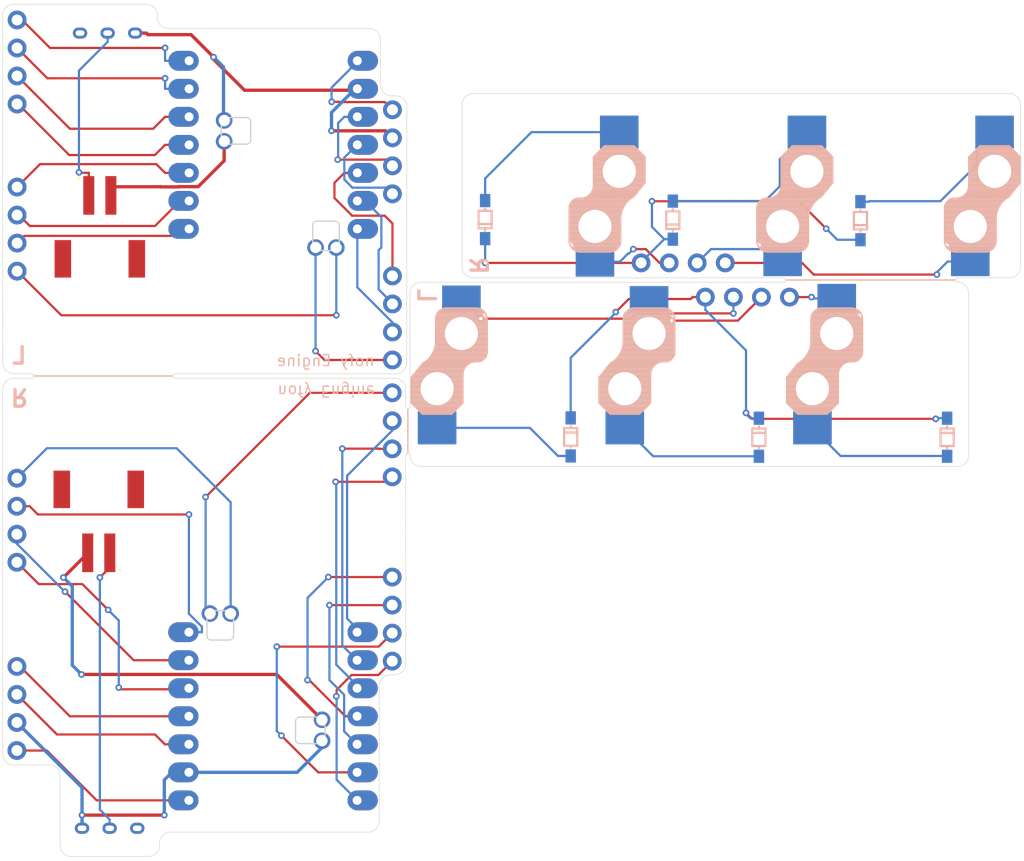
<source format=kicad_pcb>
(kicad_pcb (version 20241229) (generator "pcbnew") (generator_version "9.0")
  (title_block (title "nofy-Right") (date "2025-03-20") (company "FlightByte"))
  (layers (0 "F.Cu" signal) (2 "B.Cu" signal) (13 "F.Paste" user) (15 "B.Paste" user) (5 "F.SilkS" user "F.Silkscreen") (7 "B.SilkS" user "B.Silkscreen") (1 "F.Mask" user) (3 "B.Mask" user) (25 "Edge.Cuts" user))
  (net 0 "")
  (net 1 "Net-(D4-A)")
  (net 2 "Net-(D8-A)")
  (net 3 "Net-(D12-A)")
  (net 4 "Net-(D34-A)")
  (net 5 "Net-(D42-A)")
  (net 6 "Net-(D38-A)")
  (net 7 "Bat")
  (net 8 "Net-(BT1--)")
  (net 9 "Bat_L")
  (net 10 "GND_R_b")
  (net 11 "Net-(B1--)")
  (net 12 "GND_L_b")
  (net 13 "Net-(J33-Pin_2)")
  (net 14 "Net-(J33-Pin_3)")
  (net 15 "Net-(J33-Pin_1)")
  (net 18 "Net-(D12-K)")
  (net 19 "Net-(D34-K)")
  (net 20 "Net-(J21-Pin_3)")
  (net 21 "Net-(J21-Pin_1)")
  (net 22 "Net-(J21-Pin_2)")
  (net 23 "Net-(Con_L_1-Pin_3)")
  (net 24 "Net-(Con_L_1-Pin_1)")
  (net 25 "Net-(Con_L_1-Pin_2)")
  (net 26 "Net-(Con_L_1-Pin_4)")
  (net 27 "Net-(Con_L_3-Pin_4)")
  (net 28 "Net-(Con_L_3-Pin_2)")
  (net 29 "Net-(Con_L_3-Pin_1)")
  (net 30 "Net-(Con_L_3-Pin_3)")
  (net 31 "Net-(Con_L_5-Pin_4)")
  (net 32 "Net-(Con_L_5-Pin_1)")
  (net 33 "Net-(Con_L_5-Pin_3)")
  (net 34 "Net-(Con_L_7-Pin_1)")
  (net 35 "Net-(Con_L_7-Pin_3)")
  (net 36 "Net-(Con_L_7-Pin_2)")
  (net 37 "Net-(Con_L_7-Pin_4)")
  (net 38 "Net-(Con_L_9-Pin_1)")
  (net 39 "Net-(Con_L_9-Pin_4)")
  (net 40 "Net-(Con_L_9-Pin_3)")
  (net 41 "Net-(Con_L_9-Pin_2)")
  (net 42 "Net-(Con_L_11-Pin_1)")
  (net 43 "Net-(Con_L_11-Pin_3)")
  (net 44 "Net-(Con_L_11-Pin_4)")
  (net 45 "Net-(Con_L_11-Pin_2)")
  (net 46 "Net-(Con_L_13-Pin_4)")
  (net 47 "Net-(Con_L_13-Pin_1)")
  (net 48 "Net-(Con_L_13-Pin_3)")
  (net 49 "Net-(Con_L_15-Pin_4)")
  (net 50 "Net-(Con_L_15-Pin_2)")
  (net 51 "Net-(Con_L_15-Pin_3)")
  (net 52 "Net-(Con_L_15-Pin_1)")
  (footprint "_kicad_footprints:Diode_SMD" (layer "F.Cu") (at 104.1455 54.7764 -90)
    (property "Reference" "D4")
    (property "Value" "D" (hide yes))
  )
  (footprint "_kicad_footprints:XIAO_nRF52840_wBAT_wNFC_1" (layer "F.Cu") (at 43.0991 20.5541)
    (property "Reference" "Xiao0" (hide yes))
    (property "Value" "~" (hide yes))
    (fp_line (start -4.707753 9.749447) (end -4.707753 8.708047) (stroke (width 0.12)) (layer "Edge.Cuts"))
    (fp_line (start -4.021953 8.022247) (end -2.421753 8.022247) (stroke (width 0.12)) (layer "Edge.Cuts"))
    (fp_line (start -2.421753 10.435247) (end -4.021953 10.435247) (stroke (width 0.12)) (layer "Edge.Cuts"))
    (fp_line (start -2.040753 8.403247) (end -2.040753 10.054247) (stroke (width 0.12)) (layer "Edge.Cuts"))
    (fp_line (start 3.572247 19.391953) (end 3.572247 17.791753) (stroke (width 0.12)) (layer "Edge.Cuts"))
    (fp_line (start 3.953247 17.410753) (end 5.604247 17.410753) (stroke (width 0.12)) (layer "Edge.Cuts"))
    (fp_line (start 5.299447 20.077753) (end 4.258047 20.077753) (stroke (width 0.12)) (layer "Edge.Cuts"))
    (fp_line (start 5.985247 17.791753) (end 5.985247 19.391953) (stroke (width 0.12)) (layer "Edge.Cuts"))
    (fp_arc (start -4.707753 9.749447) (mid -4.104146 9.831637) (end -4.021953 10.435247) (stroke (width 0.12)) (layer "Edge.Cuts"))
    (fp_arc (start -4.021953 8.022247) (mid -4.104144 8.625856) (end -4.707753 8.708047) (stroke (width 0.12)) (layer "Edge.Cuts"))
    (fp_arc (start -2.421753 8.022247) (mid -2.152342 8.133838) (end -2.040753 8.403247) (stroke (width 0.12)) (layer "Edge.Cuts"))
    (fp_arc (start -2.040753 10.054247) (mid -2.152344 10.323656) (end -2.421753 10.435247) (stroke (width 0.12)) (layer "Edge.Cuts"))
    (fp_arc (start 3.572247 17.791753) (mid 3.683838 17.522342) (end 3.953247 17.410753) (stroke (width 0.12)) (layer "Edge.Cuts"))
    (fp_arc (start 3.572247 19.391953) (mid 4.175856 19.474144) (end 4.258047 20.077753) (stroke (width 0.12)) (layer "Edge.Cuts"))
    (fp_arc (start 5.299447 20.077753) (mid 5.381637 19.474146) (end 5.985247 19.391953) (stroke (width 0.12)) (layer "Edge.Cuts"))
    (fp_arc (start 5.604247 17.410753) (mid 5.873656 17.522344) (end 5.985247 17.791753) (stroke (width 0.12)) (layer "Edge.Cuts"))
  )
  (footprint "nofy:Choc_v2_Hotswap_1u_17mm" (layer "F.Cu") (at 68.5455 33.453 90)
    (property "Reference" "SW46" (hide yes))
    (property "Value" "SW_PUSH" (hide yes))
  )
  (footprint "_kicad_footprints:Diode_SMD" (layer "F.Cu") (at 96.2955 40.7061 90)
    (property "Reference" "D34")
    (property "Value" "D" (hide yes))
  )
  (footprint "_kicad_footprints:Diode_SMD" (layer "F.Cu") (at 87.0955 54.7764 -90)
    (property "Reference" "D8")
    (property "Value" "D" (hide yes))
  )
  (footprint "nofy:Choc_v2_Hotswap_1u_17mm" (layer "F.Cu") (at 85.5455 33.453 90)
    (property "Reference" "SW42" (hide yes))
    (property "Value" "SW_PUSH" (hide yes))
  )
  (footprint "_kicad_footprints:JST_S2B-PH-SM4-TB" (layer "F.Cu") (at 27.3919 35.6351 180)
    (property "Reference" "BT0" (hide yes))
    (property "Value" "BATT_L" (hide yes))
  )
  (footprint "nofy:Pin1x4" (layer "F.Cu") (at 52.5991 41.6341)
    (property "Reference" "Con_L_7" (hide yes))
    (property "Value" "PIn1x4" (hide yes))
  )
  (footprint "nofy:MountingHole_2.2mm_M2" (layer "F.Cu") (at 42.9455 47.953)
    (property "Reference" "Hole12" (hide yes))
    (property "Value" "MountingHole_2.2mm_M2" (hide yes))
  )
  (footprint "nofy:Choc_v2_Hotswap_1u_17mm" (layer "F.Cu") (at 80.8455 53.153 -90)
    (property "Reference" "SW12" (hide yes))
    (property "Value" "SW_PUSH" (hide yes))
  )
  (footprint "nofy:Pin1x4" (layer "F.Cu") (at 91.1655 43.553 -90)
    (property "Reference" "J21" (hide yes))
    (property "Value" "PIn1x4" (hide yes))
  )
  (footprint "nofy:MountingHole_2.2mm_M2" (layer "F.Cu") (at 27.8455 27.053)
    (property "Reference" "Hole7" (hide yes))
    (property "Value" "MountingHole_2.2mm_M2" (hide yes))
  )
  (footprint "nofy:Pin1x4" (layer "F.Cu") (at 18.5991 33.5791)
    (property "Reference" "Con_L_3" (hide yes))
    (property "Value" "PIn1x4" (hide yes))
  )
  (footprint "nofy:MountingHole_2.2mm_M2" (layer "F.Cu") (at 37.2955 59.453)
    (property "Reference" "Hole8" (hide yes))
    (property "Value" "MountingHole_2.2mm_M2" (hide yes))
  )
  (footprint "nofy:Choc_v2_Hotswap_1u_17mm" (layer "F.Cu") (at 63.8455 53.153 -90)
    (property "Reference" "SW16" (hide yes))
    (property "Value" "SW_PUSH" (hide yes))
  )
  (footprint "_kicad_footprints:Diode_SMD" (layer "F.Cu") (at 70.0455 54.7499 -90)
    (property "Reference" "D12")
    (property "Value" "D" (hide yes))
  )
  (footprint "_kicad_footprints:TGSW_MSK-12D19" (layer "F.Cu") (at 28.2805 95.748 180)
    (property "Reference" "SW2" (hide yes))
    (property "Value" "SW_SPDT" (hide yes))
  )
  (footprint "nofy:Pin1x4" (layer "F.Cu") (at 21.1805 87.248 180)
    (property "Reference" "Con_L_13" (hide yes))
    (property "Value" "PIn1x4" (hide yes))
  )
  (footprint "nofy:Pin1x4" (layer "F.Cu") (at 55.1805 79.148 180)
    (property "Reference" "Con_L_9" (hide yes))
    (property "Value" "PIn1x4" (hide yes))
  )
  (footprint "_kicad_footprints:Diode_SMD" (layer "F.Cu") (at 62.2955 40.6061 90)
    (property "Reference" "D42")
    (property "Value" "D" (hide yes))
  )
  (footprint "nofy:Pin1x4" (layer "F.Cu") (at 52.5991 26.5741)
    (property "Reference" "Con_L_5" (hide yes))
    (property "Value" "PIn1x4" (hide yes))
  )
  (footprint "nofy:Pin1x4" (layer "F.Cu") (at 55.1805 62.448 180)
    (property "Reference" "Con_L_11" (hide yes))
    (property "Value" "PIn1x4" (hide yes))
  )
  (footprint "nofy:MountingHole_2.2mm_M2" (layer "F.Cu") (at 94.0455 41.3958)
    (property "Reference" "Hole11" (hide yes))
    (property "Value" "MountingHole_2.2mm_M2" (hide yes))
  )
  (footprint "nofy:MountingHole_2.2mm_M2" (layer "F.Cu") (at 72.2455 45.203)
    (property "Reference" "Hole10" (hide yes))
    (property "Value" "MountingHole_2.2mm_M2" (hide yes))
  )
  (footprint "nofy:Choc_v2_Hotswap_1u_17mm" (layer "F.Cu") (at 97.8455 53.153 -90)
    (property "Reference" "SW8" (hide yes))
    (property "Value" "SW_PUSH" (hide yes))
  )
  (footprint "_kicad_footprints:TGSW_MSK-12D19" (layer "F.Cu") (at 28.0991 18.1741)
    (property "Reference" "SW1" (hide yes))
    (property "Value" "SW_SPDT" (hide yes))
  )
  (footprint "nofy:MountingHole_2.2mm_M2" (layer "F.Cu") (at 29.6455 86.453)
    (property "Reference" "Hole9" (hide yes))
    (property "Value" "MountingHole_2.2mm_M2" (hide yes))
  )
  (footprint "nofy:Pin1x4" (layer "F.Cu") (at 21.1805 70.188 180)
    (property "Reference" "Con_L_15" (hide yes))
    (property "Value" "PIn1x4" (hide yes))
  )
  (footprint "_kicad_footprints:XIAO_nRF52840_wBAT_wNFC_1" (layer "F.Cu") (at 43.0805 93.348 180)
    (property "Reference" "Xiao1" (hide yes))
    (property "Value" "~" (hide yes))
    (fp_line (start 5.985247 17.791753) (end 5.985247 19.391953) (stroke (width 0.12)) (layer "Edge.Cuts"))
    (fp_line (start 5.299447 20.077753) (end 4.258047 20.077753) (stroke (width 0.12)) (layer "Edge.Cuts"))
    (fp_line (start 3.953247 17.410753) (end 5.604247 17.410753) (stroke (width 0.12)) (layer "Edge.Cuts"))
    (fp_line (start 3.572247 19.391953) (end 3.572247 17.791753) (stroke (width 0.12)) (layer "Edge.Cuts"))
    (fp_line (start -2.040753 8.403247) (end -2.040753 10.054247) (stroke (width 0.12)) (layer "Edge.Cuts"))
    (fp_line (start -2.421753 10.435247) (end -4.021953 10.435247) (stroke (width 0.12)) (layer "Edge.Cuts"))
    (fp_line (start -4.021953 8.022247) (end -2.421753 8.022247) (stroke (width 0.12)) (layer "Edge.Cuts"))
    (fp_line (start -4.707753 9.749447) (end -4.707753 8.708047) (stroke (width 0.12)) (layer "Edge.Cuts"))
    (fp_arc (start 5.604247 17.410753) (mid 5.873656 17.522344) (end 5.985247 17.791753) (stroke (width 0.12)) (layer "Edge.Cuts"))
    (fp_arc (start 5.299447 20.077753) (mid 5.381637 19.474146) (end 5.985247 19.391953) (stroke (width 0.12)) (layer "Edge.Cuts"))
    (fp_arc (start 3.572247 19.391953) (mid 4.175856 19.474144) (end 4.258047 20.077753) (stroke (width 0.12)) (layer "Edge.Cuts"))
    (fp_arc (start 3.572247 17.791753) (mid 3.683838 17.522342) (end 3.953247 17.410753) (stroke (width 0.12)) (layer "Edge.Cuts"))
    (fp_arc (start -2.040753 10.054247) (mid -2.152344 10.323656) (end -2.421753 10.435247) (stroke (width 0.12)) (layer "Edge.Cuts"))
    (fp_arc (start -2.421753 8.022247) (mid -2.152342 8.133838) (end -2.040753 8.403247) (stroke (width 0.12)) (layer "Edge.Cuts"))
    (fp_arc (start -4.021953 8.022247) (mid -4.104144 8.625856) (end -4.707753 8.708047) (stroke (width 0.12)) (layer "Edge.Cuts"))
    (fp_arc (start -4.707753 9.749447) (mid -4.104146 9.831637) (end -4.021953 10.435247) (stroke (width 0.12)) (layer "Edge.Cuts"))
  )
  (footprint "nofy:Pin1x4" (layer "F.Cu") (at 18.5991 18.4341)
    (property "Reference" "Con_L_1" (hide yes))
    (property "Value" "PIn1x4" (hide yes))
  )
  (footprint "_kicad_footprints:Diode_SMD" (layer "F.Cu") (at 79.2955 40.6561 90)
    (property "Reference" "D38")
    (property "Value" "D" (hide yes))
  )
  (footprint "_kicad_footprints:JST_S2B-PH-SM4-TB" (layer "F.Cu") (at 27.2955 68.028)
    (property "Reference" "BT1" (hide yes))
    (property "Value" "BATT" (hide yes))
  )
  (footprint "nofy:Pin1x4" (layer "F.Cu") (at 85.3455 40.453 -90)
    (property "Reference" "J33" (hide yes))
    (property "Value" "PIn1x4" (hide yes))
  )
  (footprint "nofy:Choc_v2_Hotswap_1u_17mm" (layer "F.Cu") (at 102.5455 33.453 90)
    (property "Reference" "SW38" (hide yes))
    (property "Value" "SW_PUSH" (hide yes))
  )
  (gr_line (start 55.2955 55.003) (end 55.2955 59.003) (stroke (width 0.1)) (layer "F.SilkS"))
  (gr_line (start 104.8955 43.303) (end 89.4955 43.303) (stroke (width 0.1)) (layer "F.SilkS"))
  (gr_line (start 21.3955 52.003) (end 33.9955 52.003) (stroke (width 0.1)) (layer "F.SilkS"))
  (gr_line (start 89.59555 43.303) (end 104.89555 43.303) (stroke (width 0.1)) (layer "B.SilkS"))
  (gr_line (start 55.2955 59.003) (end 55.2955 55.003) (stroke (width 0.1)) (layer "B.SilkS"))
  (gr_line (start 33.9955 52.003) (end 21.3955 52.003) (stroke (width 0.1)) (layer "B.SilkS"))
  (gr_line (start 19.5955 18.303) (end 31.5955 18.303) (stroke (width 0.05)) (layer "Edge.Cuts"))
  (gr_line (start 19.59908 51.803) (end 21.1955 51.803) (stroke (width 0.05)) (layer "Edge.Cuts"))
  (gr_arc (start 55.0955 59.203) (mid 55.2955 59.003) (end 55.4955 59.203) (stroke (width 0.05)) (layer "Edge.Cuts"))
  (gr_line (start 55.4955 54.803) (end 55.4955 44.503) (stroke (width 0.05)) (layer "Edge.Cuts"))
  (gr_line (start 34.1955 52.203) (end 54.0955 52.203) (stroke (width 0.05)) (layer "Edge.Cuts"))
  (gr_arc (start 60.195499 27.402999) (mid 60.488392 26.695892) (end 61.195499 26.402999) (stroke (width 0.05)) (layer "Edge.Cuts"))
  (gr_arc (start 18.5955 19.303) (mid 18.888393 18.595893) (end 19.5955 18.303) (stroke (width 0.05)) (layer "Edge.Cuts"))
  (gr_arc (start 89.2955 43.103) (mid 89.49555 43.303) (end 89.2955 43.503) (stroke (width 0.05)) (layer "Edge.Cuts"))
  (gr_arc (start 32.7955 94.553) (mid 32.502607 95.260107) (end 31.7955 95.553) (stroke (width 0.05)) (layer "Edge.Cuts"))
  (gr_arc (start 34.1955 52.203) (mid 33.9955 52.003) (end 34.1955 51.803) (stroke (width 0.05)) (layer "Edge.Cuts"))
  (gr_line (start 56.4955 43.503) (end 89.2955 43.503) (stroke (width 0.05)) (layer "Edge.Cuts"))
  (gr_line (start 106.0955 59.203) (end 106.0955 44.503) (stroke (width 0.05)) (layer "Edge.Cuts"))
  (gr_line (start 61.1955 43.103) (end 89.2955 43.103) (stroke (width 0.05)) (layer "Edge.Cuts"))
  (gr_line (start 19.5955 52.203) (end 21.1955 52.203) (stroke (width 0.05)) (layer "Edge.Cuts"))
  (gr_line (start 52.799053 21.517214) (end 52.799053 25.610107) (stroke (width 0.05)) (layer "Edge.Cuts"))
  (gr_line (start 23.7955 94.553) (end 23.7955 88.253) (stroke (width 0.05)) (layer "Edge.Cuts"))
  (gr_line (start 60.1955 27.402999) (end 60.195499 42.102999) (stroke (width 0.05)) (layer "Edge.Cuts"))
  (gr_arc (start 18.5955 53.203) (mid 18.888393 52.495893) (end 19.5955 52.203) (stroke (width 0.05)) (layer "Edge.Cuts"))
  (gr_arc (start 109.795499 26.402999) (mid 110.502606 26.695892) (end 110.795499 27.402999) (stroke (width 0.05)) (layer "Edge.Cuts"))
  (gr_arc (start 110.795499 42.102999) (mid 110.502606 42.810106) (end 109.795499 43.102999) (stroke (width 0.05)) (layer "Edge.Cuts"))
  (gr_line (start 105.0955 60.203) (end 56.4955 60.203) (stroke (width 0.05)) (layer "Edge.Cuts"))
  (gr_line (start 105.0955 43.103) (end 109.795499 43.102999) (stroke (width 0.05)) (layer "Edge.Cuts"))
  (gr_line (start 53.799053 26.610107) (end 54.199053 26.610107) (stroke (width 0.05)) (layer "Edge.Cuts"))
  (gr_arc (start 55.4955 54.803) (mid 55.2955 55.003) (end 55.0955 54.803) (stroke (width 0.05)) (layer "Edge.Cuts"))
  (gr_arc (start 55.1041 78.0871) (mid 54.811209 78.794209) (end 54.1041 79.0871) (stroke (width 0.05)) (layer "Edge.Cuts"))
  (gr_line (start 61.1955 26.402999) (end 109.795499 26.403007) (stroke (width 0.05)) (layer "Edge.Cuts"))
  (gr_arc (start 54.199053 26.610107) (mid 54.90616 26.903) (end 55.199053 27.610107) (stroke (width 0.05)) (layer "Edge.Cuts"))
  (gr_arc (start 61.1955 43.103) (mid 60.488393 42.810107) (end 60.1955 42.103) (stroke (width 0.05)) (layer "Edge.Cuts"))
  (gr_line (start 55.0955 53.203) (end 55.0955 54.803) (stroke (width 0.05)) (layer "Edge.Cuts"))
  (gr_arc (start 55.191946 50.803) (mid 54.899053 51.510107) (end 54.191946 51.803) (stroke (width 0.05)) (layer "Edge.Cuts"))
  (gr_line (start 32.7955 94.553) (end 32.7955 94.353) (stroke (width 0.05)) (layer "Edge.Cuts"))
  (gr_arc (start 31.5955 18.303) (mid 32.302607 18.595893) (end 32.5955 19.303) (stroke (width 0.05)) (layer "Edge.Cuts"))
  (gr_arc (start 51.799053 20.517214) (mid 52.50616 20.810107) (end 52.799053 21.517214) (stroke (width 0.05)) (layer "Edge.Cuts"))
  (gr_line (start 53.7041 79.0871) (end 54.1041 79.0871) (stroke (width 0.05)) (layer "Edge.Cuts"))
  (gr_line (start 31.7955 95.553) (end 24.7955 95.553) (stroke (width 0.05)) (layer "Edge.Cuts"))
  (gr_arc (start 54.0955 52.203) (mid 54.802607 52.495893) (end 55.0955 53.203) (stroke (width 0.05)) (layer "Edge.Cuts"))
  (gr_line (start 55.199053 27.610107) (end 55.191945 50.803) (stroke (width 0.05)) (layer "Edge.Cuts"))
  (gr_line (start 55.0955 59.203) (end 55.1041 78.0871) (stroke (width 0.05)) (layer "Edge.Cuts"))
  (gr_line (start 33.5955 20.510107) (end 51.8026 20.510107) (stroke (width 0.05)) (layer "Edge.Cuts"))
  (gr_arc (start 52.7041 92.353) (mid 52.411209 93.060109) (end 51.7041 93.353) (stroke (width 0.05)) (layer "Edge.Cuts"))
  (gr_line (start 18.5991 50.803) (end 18.5955 19.303) (stroke (width 0.05)) (layer "Edge.Cuts"))
  (gr_arc (start 22.7955 87.253) (mid 23.502607 87.545893) (end 23.7955 88.253) (stroke (width 0.05)) (layer "Edge.Cuts"))
  (gr_arc (start 105.0955 43.503) (mid 104.89555 43.303) (end 105.0955 43.103) (stroke (width 0.05)) (layer "Edge.Cuts"))
  (gr_line (start 18.5955 86.253) (end 18.5955 53.203) (stroke (width 0.05)) (layer "Edge.Cuts"))
  (gr_arc (start 21.1955 51.803) (mid 21.3955 52.003) (end 21.1955 52.203) (stroke (width 0.05)) (layer "Edge.Cuts"))
  (gr_arc (start 52.7041 80.0871) (mid 52.996991 79.379991) (end 53.7041 79.0871) (stroke (width 0.05)) (layer "Edge.Cuts"))
  (gr_arc (start 55.4955 44.503) (mid 55.788393 43.795893) (end 56.4955 43.503) (stroke (width 0.05)) (layer "Edge.Cuts"))
  (gr_line (start 110.795499 27.402999) (end 110.795499 42.102999) (stroke (width 0.05)) (layer "Edge.Cuts"))
  (gr_arc (start 53.799053 26.610107) (mid 53.091946 26.317214) (end 52.799053 25.610107) (stroke (width 0.05)) (layer "Edge.Cuts"))
  (gr_arc (start 33.5955 20.510107) (mid 32.888393 20.217214) (end 32.5955 19.510107) (stroke (width 0.05)) (layer "Edge.Cuts"))
  (gr_line (start 33.7955 93.353) (end 51.7041 93.353) (stroke (width 0.05)) (layer "Edge.Cuts"))
  (gr_arc (start 32.7955 94.353) (mid 33.088391 93.645891) (end 33.7955 93.353) (stroke (width 0.05)) (layer "Edge.Cuts"))
  (gr_arc (start 105.0955 43.503) (mid 105.802607 43.795893) (end 106.0955 44.503) (stroke (width 0.05)) (layer "Edge.Cuts"))
  (gr_line (start 54.191946 51.802999) (end 34.1955 51.803) (stroke (width 0.05)) (layer "Edge.Cuts"))
  (gr_arc (start 106.0955 59.203) (mid 105.802607 59.910107) (end 105.0955 60.203) (stroke (width 0.05)) (layer "Edge.Cuts"))
  (gr_line (start 32.5955 19.510107) (end 32.5955 19.303) (stroke (width 0.05)) (layer "Edge.Cuts"))
  (gr_arc (start 24.7955 95.553) (mid 24.088393 95.260107) (end 23.7955 94.553) (stroke (width 0.05)) (layer "Edge.Cuts"))
  (gr_arc (start 19.5955 87.253) (mid 18.888393 86.960107) (end 18.5955 86.253) (stroke (width 0.05)) (layer "Edge.Cuts"))
  (gr_line (start 52.7041 80.0871) (end 52.7041 92.353) (stroke (width 0.05)) (layer "Edge.Cuts"))
  (gr_line (start 22.7955 87.253) (end 19.5955 87.253) (stroke (width 0.05)) (layer "Edge.Cuts"))
  (gr_arc (start 19.599053 51.803) (mid 18.891946 51.510107) (end 18.599053 50.803) (stroke (width 0.05)) (layer "Edge.Cuts"))
  (gr_arc (start 56.4955 60.203) (mid 55.788393 59.910107) (end 55.4955 59.203) (stroke (width 0.05)) (layer "Edge.Cuts"))
  (gr_text "nofy Engine" (at 52.3541 51.1871 0) (layer "B.SilkS") (effects (font (size 1 1) (thickness 0.125)) (justify left bottom mirror)))
  (gr_text "L" (at 56.0955 45.553 270) (layer "B.SilkS") (effects (font (size 1.5 1.5) (thickness 0.3) (bold yes)) (justify left bottom mirror)))
  (gr_text "nofy Engine" (at 43.4041 52.7871 180) (layer "B.SilkS") (effects (font (size 1 1) (thickness 0.125)) (justify left bottom mirror)))
  (gr_text "R" (at 19.1541 53.0371 180) (layer "B.SilkS") (effects (font (size 1.5 1.5) (thickness 0.3) (bold yes)) (justify left bottom mirror)))
  (gr_text "R" (at 60.7955 42.953 270) (layer "B.SilkS") (effects (font (size 1.5 1.5) (thickness 0.3) (bold yes)) (justify left bottom mirror)))
  (gr_text "L" (at 20.9041 51.0371 0) (layer "B.SilkS") (effects (font (size 1.5 1.5) (thickness 0.3) (bold yes)) (justify left bottom mirror)))
  (segment (start 104.1455 59.2795) (end 104.1455 59.253) (width 0.2) (layer "B.Cu") (net 1))
  (segment (start 104.1455 59.253) (end 94.4955 59.253) (width 0.2) (layer "B.Cu") (net 1))
  (segment (start 94.4955 59.253) (end 91.9455 56.703) (width 0.2) (layer "B.Cu") (net 1))
  (segment (start 74.9455 56.703) (end 77.522025 59.279525) (width 0.2) (layer "B.Cu") (net 2))
  (segment (start 77.522025 59.279525) (end 87.095475 59.279525) (width 0.2) (layer "B.Cu") (net 2))
  (segment (start 87.095475 59.279525) (end 87.0955 59.2795) (width 0.2) (layer "B.Cu") (net 2))
  (segment (start 66.3455 56.703) (end 57.9455 56.703) (width 0.2) (layer "B.Cu") (net 3))
  (segment (start 68.8955 59.253) (end 67.7955 58.153) (width 0.2) (layer "B.Cu") (net 3))
  (segment (start 70.0455 59.253) (end 68.8955 59.253) (width 0.2) (layer "B.Cu") (net 3))
  (segment (start 67.7955 58.153) (end 66.3455 56.703) (width 0.2) (layer "B.Cu") (net 3))
  (segment (start 108.4455 31.253) (end 107.0955 29.903) (width 0.2) (layer "B.Cu") (net 4))
  (segment (start 103.5405 36.158) (end 97.1172 36.158) (width 0.2) (layer "B.Cu") (net 4))
  (segment (start 107.0955 29.903) (end 106.8445 29.903) (width 0.2) (layer "B.Cu") (net 4))
  (segment (start 108.4455 29.903) (end 108.4455 31.253) (width 0.2) (layer "B.Cu") (net 4))
  (segment (start 106.8445 29.903) (end 106.8445 32.854) (width 0.2) (layer "B.Cu") (net 4))
  (segment (start 97.1172 36.158) (end 97.0722 36.203) (width 0.2) (layer "B.Cu") (net 4))
  (segment (start 97.0722 36.203) (end 96.2955 36.203) (width 0.2) (layer "B.Cu") (net 4))
  (segment (start 106.8445 32.854) (end 103.5405 36.158) (width 0.2) (layer "B.Cu") (net 4))
  (segment (start 62.2955 36.103) (end 62.2955 34.103) (width 0.2) (layer "B.Cu") (net 5))
  (segment (start 66.4955 29.903) (end 74.4455 29.903) (width 0.2) (layer "B.Cu") (net 5))
  (segment (start 62.2955 34.103) (end 66.4955 29.903) (width 0.2) (layer "B.Cu") (net 5))
  (segment (start 87.6564 36.1421) (end 88.9861 34.8124) (width 0.2) (layer "B.Cu") (net 6))
  (segment (start 87.6564 36.153) (end 87.6564 36.1421) (width 0.2) (layer "B.Cu") (net 6))
  (segment (start 88.9861 32.3624) (end 91.4455 29.903) (width 0.2) (layer "B.Cu") (net 6))
  (segment (start 88.9861 34.8124) (end 88.9861 32.3624) (width 0.2) (layer "B.Cu") (net 6))
  (segment (start 79.2955 36.153) (end 87.6564 36.153) (width 0.2) (layer "B.Cu") (net 6))
  (segment (start 47.228663 82.800582) (end 47.112381 82.744192) (width 0.3) (layer "F.Cu") (net 7))
  (segment (start 47.5255 83.165) (end 47.264553 82.904053) (width 0.3) (layer "F.Cu") (net 7))
  (segment (start 26.2955 68.0687) (end 26.2955 68.028) (width 0.3) (layer "F.Cu") (net 7))
  (segment (start 47.106672 82.746172) (end 43.4168 79.0563) (width 0.3) (layer "F.Cu") (net 7))
  (segment (start 47.264553 82.904053) (end 47.228663 82.800582) (width 0.3) (layer "F.Cu") (net 7))
  (segment (start 43.4168 79.0563) (end 25.7339 79.0563) (width 0.3) (layer "F.Cu") (net 7))
  (segment (start 47.112381 82.744192) (end 47.106672 82.746172) (width 0.3) (layer "F.Cu") (net 7))
  (segment (start 24.0955 70.2687) (end 26.2955 68.0687) (width 0.3) (layer "F.Cu") (net 7))
  (via (at 24.0955 70.2687) (size 0.6) (drill 0.3) (layers "F.Cu" "B.Cu") (net 7))
  (via (at 25.7339 79.0563) (size 0.6) (drill 0.3) (layers "F.Cu" "B.Cu") (net 7))
  (segment (start 24.8955 71.0687) (end 24.8955 78.2179) (width 0.3) (layer "B.Cu") (net 7))
  (segment (start 24.8955 78.2179) (end 25.7339 79.0563) (width 0.3) (layer "B.Cu") (net 7))
  (segment (start 24.0955 70.2687) (end 24.8955 71.0687) (width 0.3) (layer "B.Cu") (net 7))
  (segment (start 28.2955 69.3687) (end 28.2955 68.028) (width 0.2) (layer "F.Cu") (net 8))
  (segment (start 27.3955 70.2687) (end 28.2955 69.3687) (width 0.2) (layer "F.Cu") (net 8))
  (via (at 27.3955 70.2687) (size 0.6) (drill 0.3) (layers "F.Cu" "B.Cu") (net 8))
  (segment (start 27.3955 70.2687) (end 27.3955 91.3113) (width 0.2) (layer "B.Cu") (net 8))
  (segment (start 27.3955 91.3113) (end 28.2805 92.1963) (width 0.2) (layer "B.Cu") (net 8))
  (segment (start 28.2805 92.1963) (end 28.2805 92.998) (width 0.2) (layer "B.Cu") (net 8))
  (segment (start 32.9205 34.864) (end 32.9095 34.853) (width 0.3) (layer "F.Cu") (net 9))
  (segment (start 38.6541 30.7371) (end 38.6541 32.494399) (width 0.3) (layer "F.Cu") (net 9))
  (segment (start 32.9095 34.853) (end 28.3919 34.853) (width 0.3) (layer "F.Cu") (net 9))
  (segment (start 34.5272 34.864) (end 32.9205 34.864) (width 0.3) (layer "F.Cu") (net 9))
  (segment (start 36.303399 34.8451) (end 34.5461 34.8451) (width 0.3) (layer "F.Cu") (net 9))
  (segment (start 38.6541 32.494399) (end 36.303399 34.8451) (width 0.3) (layer "F.Cu") (net 9))
  (segment (start 34.5461 34.8451) (end 34.5272 34.864) (width 0.3) (layer "F.Cu") (net 9))
  (segment (start 28.3919 34.853) (end 28.3919 35.6351) (width 0.3) (layer "F.Cu") (net 9))
  (segment (start 25.7805 91.8056) (end 33.2338 91.8056) (width 0.3) (layer "F.Cu") (net 10))
  (via (at 33.2338 91.8056) (size 0.6) (drill 0.3) (layers "F.Cu" "B.Cu") (net 10))
  (via (at 25.7805 91.8056) (size 0.6) (drill 0.3) (layers "F.Cu" "B.Cu") (net 10))
  (segment (start 47.253453 85.366456) (end 47.287544 85.332364) (width 0.3) (layer "B.Cu") (net 10))
  (segment (start 35.4605 87.928) (end 45.270499 87.928) (width 0.3) (layer "B.Cu") (net 10))
  (segment (start 25.7805 89.308) (end 19.8805 83.408) (width 0.3) (layer "B.Cu") (net 10))
  (segment (start 47.435168 85.763331) (end 47.14859 85.476753) (width 0.3) (layer "B.Cu") (net 10))
  (segment (start 47.238007 85.247761) (end 47.201081 85.171606) (width 0.3) (layer "B.Cu") (net 10))
  (segment (start 47.24185 85.399902) (end 47.253453 85.388299) (width 0.3) (layer "B.Cu") (net 10))
  (segment (start 45.270499 87.928) (end 47.435168 85.763331) (width 0.3) (layer "B.Cu") (net 10))
  (segment (start 47.5255 85.07) (end 47.279666 85.315834) (width 0.3) (layer "B.Cu") (net 10))
  (segment (start 47.164999 85.476753) (end 47.180445 85.461307) (width 0.3) (layer "B.Cu") (net 10))
  (segment (start 47.180445 85.461307) (end 47.228658 85.43793) (width 0.3) (layer "B.Cu") (net 10))
  (segment (start 47.271014 85.315834) (end 47.253453 85.279617) (width 0.3) (layer "B.Cu") (net 10))
  (segment (start 47.201621 85.07) (end 47.5255 85.07) (width 0.3) (layer "B.Cu") (net 10))
  (segment (start 47.14859 85.476753) (end 47.164999 85.476753) (width 0.3) (layer "B.Cu") (net 10))
  (segment (start 47.253453 85.263207) (end 47.238007 85.247761) (width 0.3) (layer "B.Cu") (net 10))
  (segment (start 47.253453 85.388299) (end 47.253453 85.366456) (width 0.3) (layer "B.Cu") (net 10))
  (segment (start 33.2338 88.6147) (end 33.2338 91.8056) (width 0.3) (layer "B.Cu") (net 10))
  (segment (start 33.9205 87.928) (end 33.2338 88.6147) (width 0.3) (layer "B.Cu") (net 10))
  (segment (start 47.287544 85.332364) (end 47.271014 85.315834) (width 0.3) (layer "B.Cu") (net 10))
  (segment (start 25.7805 92.998) (end 25.7805 91.8056) (width 0.3) (layer "B.Cu") (net 10))
  (segment (start 35.4605 87.928) (end 33.9205 87.928) (width 0.3) (layer "B.Cu") (net 10))
  (segment (start 47.279666 85.315834) (end 47.271014 85.315834) (width 0.3) (layer "B.Cu") (net 10))
  (segment (start 47.253453 85.279617) (end 47.253453 85.263207) (width 0.3) (layer "B.Cu") (net 10))
  (segment (start 47.228658 85.43793) (end 47.24185 85.399902) (width 0.3) (layer "B.Cu") (net 10))
  (segment (start 47.201081 85.171606) (end 47.201621 85.07) (width 0.3) (layer "B.Cu") (net 10))
  (segment (start 25.7805 91.8056) (end 25.7805 89.308) (width 0.3) (layer "B.Cu") (net 10))
  (segment (start 25.5008 33.545) (end 25.5392 33.5834) (width 0.2) (layer "F.Cu") (net 11))
  (segment (start 26.3919 33.5834) (end 26.3919 35.6351) (width 0.2) (layer "F.Cu") (net 11))
  (segment (start 25.5392 33.5834) (end 26.3919 33.5834) (width 0.2) (layer "F.Cu") (net 11))
  (via (at 25.5008 33.545) (size 0.6) (drill 0.3) (layers "F.Cu" "B.Cu") (net 11))
  (segment (start 25.5008 24.3241) (end 28.0991 21.7258) (width 0.2) (layer "B.Cu") (net 11))
  (segment (start 28.0991 21.7258) (end 28.0991 20.9241) (width 0.2) (layer "B.Cu") (net 11))
  (segment (start 25.5008 33.545) (end 25.5008 24.3241) (width 0.2) (layer "B.Cu") (net 11))
  (segment (start 31.7427 21.066) (end 31.6008 20.9241) (width 0.3) (layer "F.Cu") (net 12))
  (segment (start 50.5902 26.103) (end 50.7191 25.9741) (width 0.3) (layer "F.Cu") (net 12))
  (segment (start 37.6955 23.103) (end 35.6585 21.066) (width 0.3) (layer "F.Cu") (net 12))
  (segment (start 53.8991 30.4141) (end 53.2649 29.7799) (width 0.3) (layer "F.Cu") (net 12))
  (segment (start 35.6585 21.066) (end 31.7427 21.066) (width 0.3) (layer "F.Cu") (net 12))
  (segment (start 37.6955 23.103) (end 37.6955 23.303) (width 0.3) (layer "F.Cu") (net 12))
  (segment (start 37.6955 23.303) (end 40.4955 26.103) (width 0.3) (layer "F.Cu") (net 12))
  (segment (start 40.4955 26.103) (end 50.5902 26.103) (width 0.3) (layer "F.Cu") (net 12))
  (segment (start 53.2649 29.7799) (end 48.379 29.7799) (width 0.3) (layer "F.Cu") (net 12))
  (segment (start 31.6008 20.9241) (end 30.5991 20.9241) (width 0.3) (layer "F.Cu") (net 12))
  (via (at 37.6955 23.103) (size 0.6) (drill 0.3) (layers "F.Cu" "B.Cu") (net 12))
  (via (at 48.379 29.7799) (size 0.6) (drill 0.3) (layers "F.Cu" "B.Cu") (net 12))
  (segment (start 38.5955 24.003) (end 38.5955 28.7735) (width 0.3) (layer "B.Cu") (net 12))
  (segment (start 37.6955 23.103) (end 38.5955 24.003) (width 0.3) (layer "B.Cu") (net 12))
  (segment (start 48.379 29.7799) (end 48.379 28.1195) (width 0.3) (layer "B.Cu") (net 12))
  (segment (start 50.5244 25.9741) (end 50.7191 25.9741) (width 0.3) (layer "B.Cu") (net 12))
  (segment (start 48.379 28.1195) (end 50.5244 25.9741) (width 0.3) (layer "B.Cu") (net 12))
  (segment (start 38.5955 28.7735) (end 38.6541 28.8321) (width 0.3) (layer "B.Cu") (net 12))
  (segment (start 88.1205 40.503) (end 89.2455 41.628) (width 0.2) (layer "B.Cu") (net 13))
  (segment (start 82.7555 40.503) (end 88.1205 40.503) (width 0.2) (layer "B.Cu") (net 13))
  (segment (start 81.5055 41.753) (end 82.7555 40.503) (width 0.2) (layer "B.Cu") (net 13))
  (segment (start 75.7231 40.503) (end 76.8517 40.503) (width 0.2) (layer "F.Cu") (net 14))
  (segment (start 76.8517 40.503) (end 78.1017 41.753) (width 0.2) (layer "F.Cu") (net 14))
  (segment (start 78.1017 41.753) (end 78.9655 41.753) (width 0.2) (layer "F.Cu") (net 14))
  (via (at 75.7231 40.503) (size 0.6) (drill 0.3) (layers "F.Cu" "B.Cu") (net 14))
  (segment (start 75.7231 40.503) (end 75.3231 40.903) (width 0.2) (layer "B.Cu") (net 14))
  (segment (start 75.3231 40.903) (end 75.2455 40.903) (width 0.2) (layer "B.Cu") (net 14))
  (segment (start 74.4955 41.653) (end 72.2455 41.653) (width 0.2) (layer "B.Cu") (net 14))
  (segment (start 75.2455 40.903) (end 74.4955 41.653) (width 0.2) (layer "B.Cu") (net 14))
  (segment (start 92.0617 42.8112) (end 103.2166 42.8112) (width 0.2) (layer "F.Cu") (net 15))
  (segment (start 91.0035 41.753) (end 92.0617 42.8112) (width 0.2) (layer "F.Cu") (net 15))
  (segment (start 84.0455 41.753) (end 91.0035 41.753) (width 0.2) (layer "F.Cu") (net 15))
  (via (at 103.2166 42.8112) (size 0.6) (drill 0.3) (layers "F.Cu" "B.Cu") (net 15))
  (segment (start 103.2166 42.6052) (end 103.2166 42.8112) (width 0.2) (layer "B.Cu") (net 15))
  (segment (start 104.1938 41.628) (end 103.2166 42.6052) (width 0.2) (layer "B.Cu") (net 15))
  (segment (start 106.2455 41.628) (end 104.1938 41.628) (width 0.2) (layer "B.Cu") (net 15))
  (segment (start 75.3105 45.0257) (end 80.9211 45.0257) (width 0.2) (layer "F.Cu") (net 18))
  (segment (start 86.4625 55.8867) (end 85.9288 55.353) (width 0.2) (layer "F.Cu") (net 18))
  (segment (start 103.1167 55.8867) (end 86.4625 55.8867) (width 0.2) (layer "F.Cu") (net 18))
  (segment (start 80.9211 45.0257) (end 81.0938 44.853) (width 0.2) (layer "F.Cu") (net 18))
  (segment (start 81.0938 44.853) (end 82.2455 44.853) (width 0.2) (layer "F.Cu") (net 18))
  (segment (start 74.1287 46.2075) (end 75.3105 45.0257) (width 0.2) (layer "F.Cu") (net 18))
  (via (at 74.1287 46.2075) (size 0.6) (drill 0.3) (layers "F.Cu" "B.Cu") (net 18))
  (via (at 85.9288 55.353) (size 0.6) (drill 0.3) (layers "F.Cu" "B.Cu") (net 18))
  (via (at 103.1167 55.8867) (size 0.6) (drill 0.3) (layers "F.Cu" "B.Cu") (net 18))
  (segment (start 74.1287 46.2075) (end 74.1287 46.2698) (width 0.2) (layer "B.Cu") (net 18))
  (segment (start 85.9288 49.688) (end 82.2455 46.0047) (width 0.2) (layer "B.Cu") (net 18))
  (segment (start 86.2315 55.7421) (end 85.9288 55.4395) (width 0.2) (layer "B.Cu") (net 18))
  (segment (start 86.3188 55.8295) (end 86.2315 55.7421) (width 0.2) (layer "B.Cu") (net 18))
  (segment (start 104.1455 55.8295) (end 103.3688 55.8295) (width 0.2) (layer "B.Cu") (net 18))
  (segment (start 85.9288 55.4395) (end 85.9288 49.688) (width 0.2) (layer "B.Cu") (net 18))
  (segment (start 74.1287 46.2698) (end 70.0455 50.353) (width 0.2) (layer "B.Cu") (net 18))
  (segment (start 86.2315 55.7421) (end 85.9288 55.4394) (width 0.2) (layer "B.Cu") (net 18))
  (segment (start 85.9288 55.4394) (end 85.9288 55.353) (width 0.2) (layer "B.Cu") (net 18))
  (segment (start 70.0455 50.353) (end 70.0455 55.803) (width 0.2) (layer "B.Cu") (net 18))
  (segment (start 87.0955 55.8295) (end 86.3188 55.8295) (width 0.2) (layer "B.Cu") (net 18))
  (segment (start 103.3688 55.8295) (end 103.1739 55.8295) (width 0.2) (layer "B.Cu") (net 18))
  (segment (start 103.1739 55.8295) (end 103.1167 55.8867) (width 0.2) (layer "B.Cu") (net 18))
  (segment (start 82.2455 44.853) (end 82.2455 46.0047) (width 0.2) (layer "B.Cu") (net 18))
  (segment (start 76.4255 41.753) (end 62.2955 41.753) (width 0.2) (layer "F.Cu") (net 19))
  (segment (start 90.7085 36.166) (end 93.1955 38.653) (width 0.2) (layer "F.Cu") (net 19))
  (segment (start 77.4082 36.166) (end 90.7085 36.166) (width 0.2) (layer "F.Cu") (net 19))
  (via (at 93.1955 38.653) (size 0.6) (drill 0.3) (layers "F.Cu" "B.Cu") (net 19))
  (via (at 62.2955 41.753) (size 0.6) (drill 0.3) (layers "F.Cu" "B.Cu") (net 19))
  (via (at 77.4082 36.166) (size 0.6) (drill 0.3) (layers "F.Cu" "B.Cu") (net 19))
  (segment (start 62.2955 39.553) (end 62.2955 41.753) (width 0.2) (layer "B.Cu") (net 19))
  (segment (start 94.1955 39.653) (end 96.2955 39.653) (width 0.2) (layer "B.Cu") (net 19))
  (segment (start 77.4082 38.4909) (end 77.4082 36.166) (width 0.2) (layer "B.Cu") (net 19))
  (segment (start 76.4255 41.753) (end 76.4255 41.6963) (width 0.2) (layer "B.Cu") (net 19))
  (segment (start 76.4255 41.6963) (end 78.5188 39.603) (width 0.2) (layer "B.Cu") (net 19))
  (segment (start 78.5203 39.603) (end 77.4082 38.4909) (width 0.2) (layer "B.Cu") (net 19))
  (segment (start 79.2955 39.603) (end 78.6197 39.603) (width 0.2) (layer "B.Cu") (net 19))
  (segment (start 93.1955 38.653) (end 94.1955 39.653) (width 0.2) (layer "B.Cu") (net 19))
  (segment (start 78.6197 39.603) (end 78.5203 39.603) (width 0.2) (layer "B.Cu") (net 19))
  (segment (start 78.5188 39.603) (end 78.5203 39.603) (width 0.2) (layer "B.Cu") (net 19))
  (segment (start 75.9759 46.331) (end 75.4994 46.8075) (width 0.2) (layer "F.Cu") (net 20))
  (segment (start 84.7855 46.331) (end 75.9759 46.331) (width 0.2) (layer "F.Cu") (net 20))
  (segment (start 75.4994 46.8075) (end 61.9 46.8075) (width 0.2) (layer "F.Cu") (net 20))
  (via (at 61.9 46.8075) (size 0.6) (drill 0.3) (layers "F.Cu" "B.Cu") (net 20))
  (via (at 84.7855 46.331) (size 0.6) (drill 0.3) (layers "F.Cu" "B.Cu") (net 20))
  (segment (start 60.1455 45.053) (end 61.9 46.8075) (width 0.2) (layer "B.Cu") (net 20))
  (segment (start 84.7855 44.853) (end 84.7855 46.331) (width 0.2) (layer "B.Cu") (net 20))
  (segment (start 89.8655 44.853) (end 91.8635 44.853) (width 0.2) (layer "F.Cu") (net 21))
  (via (at 91.8635 44.853) (size 0.6) (drill 0.3) (layers "F.Cu" "B.Cu") (net 21))
  (segment (start 94.1455 44.978) (end 91.9885 44.978) (width 0.2) (layer "B.Cu") (net 21))
  (segment (start 91.9885 44.978) (end 91.8635 44.853) (width 0.2) (layer "B.Cu") (net 21))
  (segment (start 85.1941 46.9844) (end 79.1972 46.9844) (width 0.2) (layer "F.Cu") (net 22))
  (segment (start 87.3255 44.853) (end 85.1941 46.9844) (width 0.2) (layer "F.Cu") (net 22))
  (via (at 79.1972 46.9844) (size 0.6) (drill 0.3) (layers "F.Cu" "B.Cu") (net 22))
  (segment (start 77.1455 45.078) (end 77.2908 45.078) (width 0.2) (layer "B.Cu") (net 22))
  (segment (start 77.2908 45.078) (end 79.1972 46.9844) (width 0.2) (layer "B.Cu") (net 22))
  (segment (start 19.8991 24.8141) (end 24.6771 29.5921) (width 0.2) (layer "F.Cu") (net 23))
  (segment (start 24.6771 29.5921) (end 32.2244 29.5921) (width 0.2) (layer "F.Cu") (net 23))
  (segment (start 32.2244 29.5921) (end 33.3024 28.5141) (width 0.2) (layer "F.Cu") (net 23))
  (segment (start 33.3024 28.5141) (end 35.4791 28.5141) (width 0.2) (layer "F.Cu") (net 23))
  (segment (start 22.8815 22.27) (end 33.3024 22.27) (width 0.2) (layer "F.Cu") (net 24))
  (segment (start 20.3456 19.7341) (end 22.8815 22.27) (width 0.2) (layer "F.Cu") (net 24))
  (segment (start 19.8991 19.7341) (end 20.3456 19.7341) (width 0.2) (layer "F.Cu") (net 24))
  (via (at 33.3024 22.27) (size 0.6) (drill 0.3) (layers "F.Cu" "B.Cu") (net 24))
  (segment (start 35.4791 23.4341) (end 33.3024 23.4341) (width 0.2) (layer "B.Cu") (net 24))
  (segment (start 33.3024 23.4341) (end 33.3024 22.27) (width 0.2) (layer "B.Cu") (net 24))
  (segment (start 22.6458 25.0208) (end 33.3024 25.0208) (width 0.2) (layer "F.Cu") (net 25))
  (segment (start 19.8991 22.2741) (end 22.6458 25.0208) (width 0.2) (layer "F.Cu") (net 25))
  (via (at 33.3024 25.0208) (size 0.6) (drill 0.3) (layers "F.Cu" "B.Cu") (net 25))
  (segment (start 35.4791 25.9741) (end 33.3024 25.9741) (width 0.2) (layer "B.Cu") (net 25))
  (segment (start 33.3024 25.9741) (end 33.3024 25.0208) (width 0.2) (layer "B.Cu") (net 25))
  (segment (start 32.3801 31.9764) (end 33.3024 31.0541) (width 0.2) (layer "F.Cu") (net 26))
  (segment (start 24.6189 31.9764) (end 32.3801 31.9764) (width 0.2) (layer "F.Cu") (net 26))
  (segment (start 33.3024 31.0541) (end 35.4791 31.0541) (width 0.2) (layer "F.Cu") (net 26))
  (segment (start 19.9966 27.3541) (end 24.6189 31.9764) (width 0.2) (layer "F.Cu") (net 26))
  (segment (start 19.8991 27.3541) (end 19.9966 27.3541) (width 0.2) (layer "F.Cu") (net 26))
  (segment (start 23.9 46.5) (end 48.8141 46.5) (width 0.2) (layer "F.Cu") (net 27))
  (segment (start 19.8991 42.4991) (end 23.9 46.5) (width 0.2) (layer "F.Cu") (net 27))
  (via (at 48.8141 46.5) (size 0.6) (drill 0.3) (layers "F.Cu" "B.Cu") (net 27))
  (segment (start 48.8141 40.3661) (end 48.8141 46.5) (width 0.2) (layer "B.Cu") (net 27))
  (segment (start 20.0616 37.4191) (end 19.8991 37.4191) (width 0.2) (layer "F.Cu") (net 28))
  (segment (start 32.3955 38.403) (end 21.0455 38.403) (width 0.2) (layer "F.Cu") (net 28))
  (segment (start 35.4791 36.1341) (end 34.6644 36.1341) (width 0.2) (layer "F.Cu") (net 28))
  (segment (start 21.0455 38.403) (end 20.0616 37.4191) (width 0.2) (layer "F.Cu") (net 28))
  (segment (start 34.6644 36.1341) (end 32.3955 38.403) (width 0.2) (layer "F.Cu") (net 28))
  (segment (start 32.5093 32.801) (end 33.3024 33.5941) (width 0.2) (layer "F.Cu") (net 29))
  (segment (start 21.9772 32.801) (end 32.5093 32.801) (width 0.2) (layer "F.Cu") (net 29))
  (segment (start 19.8991 34.8791) (end 21.9772 32.801) (width 0.2) (layer "F.Cu") (net 29))
  (segment (start 33.3024 33.5941) (end 35.4791 33.5941) (width 0.2) (layer "F.Cu") (net 29))
  (segment (start 20.5552 39.303) (end 19.8991 39.9591) (width 0.2) (layer "F.Cu") (net 30))
  (segment (start 35.4791 38.6741) (end 34.8502 39.303) (width 0.2) (layer "F.Cu") (net 30))
  (segment (start 34.8502 39.303) (end 20.5552 39.303) (width 0.2) (layer "F.Cu") (net 30))
  (segment (start 49.5431 32.2054) (end 50.6944 31.0541) (width 0.2) (layer "B.Cu") (net 31))
  (segment (start 53.3381 34.9331) (end 50.2756 34.9331) (width 0.2) (layer "B.Cu") (net 31))
  (segment (start 49.5431 34.2006) (end 49.5431 32.2054) (width 0.2) (layer "B.Cu") (net 31))
  (segment (start 50.6944 31.0541) (end 50.7191 31.0541) (width 0.2) (layer "B.Cu") (net 31))
  (segment (start 53.8991 35.4941) (end 53.3381 34.9331) (width 0.2) (layer "B.Cu") (net 31))
  (segment (start 50.2756 34.9331) (end 49.5431 34.2006) (width 0.2) (layer "B.Cu") (net 31))
  (segment (start 49.0473 27.1758) (end 53.2008 27.1758) (width 0.2) (layer "F.Cu") (net 32))
  (segment (start 48.3955 27.153) (end 49.0245 27.153) (width 0.2) (layer "F.Cu") (net 32))
  (segment (start 53.2008 27.1758) (end 53.8991 27.8741) (width 0.2) (layer "F.Cu") (net 32))
  (segment (start 49.0245 27.153) (end 49.0473 27.1758) (width 0.2) (layer "F.Cu") (net 32))
  (via (at 48.3955 27.153) (size 0.6) (drill 0.3) (layers "F.Cu" "B.Cu") (net 32))
  (segment (start 48.3829 25.8656) (end 50.7191 23.5294) (width 0.2) (layer "B.Cu") (net 32))
  (segment (start 48.3955 27.153) (end 48.3829 27.1404) (width 0.2) (layer "B.Cu") (net 32))
  (segment (start 48.3829 27.1404) (end 48.3829 25.8656) (width 0.2) (layer "B.Cu") (net 32))
  (segment (start 50.7191 23.5294) (end 50.7191 23.4341) (width 0.2) (layer "B.Cu") (net 32))
  (segment (start 53.8991 32.9541) (end 53.3374 32.3924) (width 0.2) (layer "F.Cu") (net 33))
  (segment (start 53.3374 32.3924) (end 48.938 32.3924) (width 0.2) (layer "F.Cu") (net 33))
  (via (at 48.938 32.3924) (size 0.6) (drill 0.3) (layers "F.Cu" "B.Cu") (net 33))
  (segment (start 48.938 32.3924) (end 48.9807 32.3497) (width 0.2) (layer "B.Cu") (net 33))
  (segment (start 48.9807 32.3497) (end 48.9807 29.0758) (width 0.2) (layer "B.Cu") (net 33))
  (segment (start 50.7191 28.5141) (end 49.5424 28.5141) (width 0.2) (layer "B.Cu") (net 33))
  (segment (start 48.9807 29.0758) (end 49.5424 28.5141) (width 0.2) (layer "B.Cu") (net 33))
  (segment (start 48.6455 34.491) (end 49.5424 33.5941) (width 0.2) (layer "F.Cu") (net 34))
  (segment (start 53.19557 37.4731) (end 50.24663 37.4731) (width 0.2) (layer "F.Cu") (net 34))
  (segment (start 53.8991 38.17663) (end 53.19557 37.4731) (width 0.2) (layer "F.Cu") (net 34))
  (segment (start 53.8991 42.9341) (end 53.8991 38.17663) (width 0.2) (layer "F.Cu") (net 34))
  (segment (start 50.24663 37.4731) (end 48.6455 35.87197) (width 0.2) (layer "F.Cu") (net 34))
  (segment (start 49.5424 33.5941) (end 50.7191 33.5941) (width 0.2) (layer "F.Cu") (net 34))
  (segment (start 48.6455 35.87197) (end 48.6455 34.491) (width 0.2) (layer "F.Cu") (net 34))
  (segment (start 50.7191 43.9703) (end 50.7191 38.6741) (width 0.2) (layer "B.Cu") (net 35))
  (segment (start 53.8991 48.0141) (end 53.8991 47.1503) (width 0.2) (layer "B.Cu") (net 35))
  (segment (start 53.8991 47.1503) (end 50.7191 43.9703) (width 0.2) (layer "B.Cu") (net 35))
  (segment (start 52.6455 44.153) (end 52.6455 40.603) (width 0.2) (layer "B.Cu") (net 36))
  (segment (start 52.8951 40.3534) (end 52.8951 37.6026) (width 0.2) (layer "B.Cu") (net 36))
  (segment (start 52.8951 37.6026) (end 51.4266 36.1341) (width 0.2) (layer "B.Cu") (net 36))
  (segment (start 51.4266 36.1341) (end 50.7191 36.1341) (width 0.2) (layer "B.Cu") (net 36))
  (segment (start 53.8991 45.4741) (end 53.8991 45.4066) (width 0.2) (layer "B.Cu") (net 36))
  (segment (start 53.8991 45.4066) (end 52.6455 44.153) (width 0.2) (layer "B.Cu") (net 36))
  (segment (start 52.6455 40.603) (end 52.8951 40.3534) (width 0.2) (layer "B.Cu") (net 36))
  (segment (start 47.742 50.5541) (end 46.9345 49.7466) (width 0.2) (layer "F.Cu") (net 37))
  (segment (start 53.8991 50.5541) (end 47.742 50.5541) (width 0.2) (layer "F.Cu") (net 37))
  (via (at 46.9345 49.7466) (size 0.6) (drill 0.3) (layers "F.Cu" "B.Cu") (net 37))
  (segment (start 46.9345 40.3661) (end 46.9345 49.7466) (width 0.2) (layer "B.Cu") (net 37))
  (segment (start 48.811368 81.034897) (end 48.843265 81.003) (width 0.2) (layer "F.Cu") (net 38))
  (segment (start 52.6222 79.1063) (end 53.8805 77.848) (width 0.2) (layer "F.Cu") (net 38))
  (segment (start 48.843265 81.003) (end 48.843265 80.455235) (width 0.2) (layer "F.Cu") (net 38))
  (segment (start 48.843265 80.455235) (end 50.1922 79.1063) (width 0.2) (layer "F.Cu") (net 38))
  (segment (start 50.1922 79.1063) (end 52.6222 79.1063) (width 0.2) (layer "F.Cu") (net 38))
  (via (at 48.811368 81.034897) (size 0.6) (drill 0.3) (layers "F.Cu" "B.Cu") (net 38))
  (segment (start 48.811368 81.171868) (end 48.8425 81.203) (width 0.2) (layer "B.Cu") (net 38))
  (segment (start 48.8425 81.203) (end 48.8425 88.6) (width 0.2) (layer "B.Cu") (net 38))
  (segment (start 48.811368 81.034897) (end 48.811368 81.171868) (width 0.2) (layer "B.Cu") (net 38))
  (segment (start 48.8425 88.6) (end 50.7005 90.458) (width 0.2) (layer "B.Cu") (net 38))
  (segment (start 50.7005 90.458) (end 50.7005 90.468) (width 0.2) (layer "B.Cu") (net 38))
  (segment (start 46.2094 79.5669) (end 46.3594 79.5669) (width 0.2) (layer "F.Cu") (net 39))
  (segment (start 49.6405 82.848) (end 50.7005 82.848) (width 0.2) (layer "F.Cu") (net 39))
  (segment (start 48.0955 70.228) (end 53.8805 70.228) (width 0.2) (layer "F.Cu") (net 39))
  (segment (start 46.3594 79.5669) (end 49.6405 82.848) (width 0.2) (layer "F.Cu") (net 39))
  (via (at 46.2094 79.5669) (size 0.6) (drill 0.3) (layers "F.Cu" "B.Cu") (net 39))
  (via (at 48.0955 70.228) (size 0.6) (drill 0.3) (layers "F.Cu" "B.Cu") (net 39))
  (segment (start 46.2094 79.5669) (end 46.2094 72.1141) (width 0.2) (layer "B.Cu") (net 39))
  (segment (start 46.2094 72.1141) (end 48.0955 70.228) (width 0.2) (layer "B.Cu") (net 39))
  (segment (start 53.8741 72.7744) (end 48.1925 72.7744) (width 0.2) (layer "F.Cu") (net 40))
  (segment (start 53.8805 72.768) (end 53.8741 72.7744) (width 0.2) (layer "F.Cu") (net 40))
  (via (at 48.1925 72.7744) (size 0.6) (drill 0.3) (layers "F.Cu" "B.Cu") (net 40))
  (segment (start 49.5238 84.2113) (end 49.5238 80.8988) (width 0.2) (layer "B.Cu") (net 40))
  (segment (start 48.1925 79.5675) (end 48.1925 72.7744) (width 0.2) (layer "B.Cu") (net 40))
  (segment (start 50.7005 85.388) (end 49.5238 84.2113) (width 0.2) (layer "B.Cu") (net 40))
  (segment (start 49.5238 80.8988) (end 48.1925 79.5675) (width 0.2) (layer "B.Cu") (net 40))
  (segment (start 47.1705 87.928) (end 50.7005 87.928) (width 0.2) (layer "F.Cu") (net 41))
  (segment (start 52.6557 76.5328) (end 53.8805 75.308) (width 0.2) (layer "F.Cu") (net 41))
  (segment (start 43.4213 76.5328) (end 52.6557 76.5328) (width 0.2) (layer "F.Cu") (net 41))
  (segment (start 43.8455 84.603) (end 47.1705 87.928) (width 0.2) (layer "F.Cu") (net 41))
  (via (at 43.4213 76.5328) (size 0.6) (drill 0.3) (layers "F.Cu" "B.Cu") (net 41))
  (via (at 43.8455 84.603) (size 0.6) (drill 0.3) (layers "F.Cu" "B.Cu") (net 41))
  (segment (start 43.4213 84.1788) (end 43.4213 76.5328) (width 0.2) (layer "B.Cu") (net 41))
  (segment (start 43.8455 84.603) (end 43.4213 84.1788) (width 0.2) (layer "B.Cu") (net 41))
  (segment (start 48.7518 61.5934) (end 53.4351 61.5934) (width 0.2) (layer "F.Cu") (net 42))
  (segment (start 53.4351 61.5934) (end 53.8805 61.148) (width 0.2) (layer "F.Cu") (net 42))
  (via (at 48.7518 61.5934) (size 0.6) (drill 0.3) (layers "F.Cu" "B.Cu") (net 42))
  (segment (start 48.811 61.6526) (end 48.7518 61.5934) (width 0.2) (layer "B.Cu") (net 42))
  (segment (start 50.7005 80.058) (end 48.811 78.1685) (width 0.2) (layer "B.Cu") (net 42))
  (segment (start 48.811 78.1685) (end 48.811 61.6526) (width 0.2) (layer "B.Cu") (net 42))
  (segment (start 50.7005 80.308) (end 50.7005 80.058) (width 0.2) (layer "B.Cu") (net 42))
  (segment (start 53.8805 56.9512) (end 53.8805 56.068) (width 0.2) (layer "B.Cu") (net 43))
  (segment (start 49.7922 73.9875) (end 49.7922 61.0395) (width 0.2) (layer "B.Cu") (net 43))
  (segment (start 50.7005 75.228) (end 50.7005 74.8958) (width 0.2) (layer "B.Cu") (net 43))
  (segment (start 50.7005 74.8958) (end 49.7922 73.9875) (width 0.2) (layer "B.Cu") (net 43))
  (segment (start 49.7922 61.0395) (end 53.8805 56.9512) (width 0.2) (layer "B.Cu") (net 43))
  (segment (start 46.4204 53.528) (end 53.8805 53.528) (width 0.2) (layer "F.Cu") (net 44))
  (segment (start 36.9741 62.9743) (end 46.4204 53.528) (width 0.2) (layer "F.Cu") (net 44))
  (via (at 36.9741 62.9743) (size 0.6) (drill 0.3) (layers "F.Cu" "B.Cu") (net 44))
  (segment (start 36.9741 62.9743) (end 36.9741 73.1446) (width 0.2) (layer "B.Cu") (net 44))
  (segment (start 36.9741 73.1446) (end 37.3655 73.536) (width 0.2) (layer "B.Cu") (net 44))
  (segment (start 53.8805 58.608) (end 52.7288 58.608) (width 0.2) (layer "F.Cu") (net 45))
  (segment (start 52.7099 58.5891) (end 49.356 58.5891) (width 0.2) (layer "F.Cu") (net 45))
  (segment (start 52.7288 58.608) (end 52.7099 58.5891) (width 0.2) (layer "F.Cu") (net 45))
  (via (at 49.356 58.5891) (size 0.6) (drill 0.3) (layers "F.Cu" "B.Cu") (net 45))
  (segment (start 49.356 76.4235) (end 49.356 58.5891) (width 0.2) (layer "B.Cu") (net 45))
  (segment (start 50.7005 77.768) (end 49.356 76.4235) (width 0.2) (layer "B.Cu") (net 45))
  (segment (start 24.6805 82.848) (end 20.1605 78.328) (width 0.2) (layer "F.Cu") (net 46))
  (segment (start 20.1605 78.328) (end 19.8805 78.328) (width 0.2) (layer "F.Cu") (net 46))
  (segment (start 35.4605 82.848) (end 24.6805 82.848) (width 0.2) (layer "F.Cu") (net 46))
  (segment (start 27.1084 90.468) (end 22.5934 85.953) (width 0.2) (layer "F.Cu") (net 47))
  (segment (start 19.8855 85.953) (end 19.8805 85.948) (width 0.2) (layer "F.Cu") (net 47))
  (segment (start 22.5934 85.953) (end 19.8855 85.953) (width 0.2) (layer "F.Cu") (net 47))
  (segment (start 35.4605 90.468) (end 27.1084 90.468) (width 0.2) (layer "F.Cu") (net 47))
  (segment (start 19.8805 80.868) (end 23.5091 84.4966) (width 0.2) (layer "F.Cu") (net 48))
  (segment (start 23.5091 84.4966) (end 32.3924 84.4966) (width 0.2) (layer "F.Cu") (net 48))
  (segment (start 33.2838 85.388) (end 35.4605 85.388) (width 0.2) (layer "F.Cu") (net 48))
  (segment (start 32.3924 84.4966) (end 33.2838 85.388) (width 0.2) (layer "F.Cu") (net 48))
  (segment (start 34.3543 58.553) (end 39.2451 63.4438) (width 0.2) (layer "B.Cu") (net 49))
  (segment (start 22.5955 58.553) (end 34.3543 58.553) (width 0.2) (layer "B.Cu") (net 49))
  (segment (start 19.8805 61.268) (end 22.5955 58.553) (width 0.2) (layer "B.Cu") (net 49))
  (segment (start 39.2451 63.4438) (end 39.2451 73.536) (width 0.2) (layer "B.Cu") (net 49))
  (segment (start 30.4605 77.768) (end 35.4605 77.768) (width 0.2) (layer "F.Cu") (net 50))
  (segment (start 24.2455 71.553) (end 30.4605 77.768) (width 0.2) (layer "F.Cu") (net 50))
  (via (at 24.2455 71.553) (size 0.6) (drill 0.3) (layers "F.Cu" "B.Cu") (net 50))
  (segment (start 24.221701 71.553) (end 19.8805 67.211799) (width 0.2) (layer "B.Cu") (net 50))
  (segment (start 19.8805 67.211799) (end 19.8805 66.348) (width 0.2) (layer "B.Cu") (net 50))
  (segment (start 24.2455 71.553) (end 24.221701 71.553) (width 0.2) (layer "B.Cu") (net 50))
  (segment (start 19.8805 63.808) (end 21.0322 63.808) (width 0.2) (layer "F.Cu") (net 51))
  (segment (start 21.7793 64.5551) (end 35.4605 64.5551) (width 0.2) (layer "F.Cu") (net 51))
  (segment (start 21.0322 63.808) (end 21.7793 64.5551) (width 0.2) (layer "F.Cu") (net 51))
  (via (at 35.4605 64.5551) (size 0.6) (drill 0.3) (layers "F.Cu" "B.Cu") (net 51))
  (segment (start 35.4605 73.5535) (end 35.4605 64.5551) (width 0.2) (layer "B.Cu") (net 51))
  (segment (start 36.6372 75.228) (end 36.6372 74.7302) (width 0.2) (layer "B.Cu") (net 51))
  (segment (start 36.6372 74.7302) (end 35.4605 73.5535) (width 0.2) (layer "B.Cu") (net 51))
  (segment (start 35.4605 75.228) (end 36.6372 75.228) (width 0.2) (layer "B.Cu") (net 51))
  (segment (start 29.2695 80.403) (end 29.1083 80.2418) (width 0.2) (layer "F.Cu") (net 52))
  (segment (start 21.8612 70.8687) (end 19.8805 68.888) (width 0.2) (layer "F.Cu") (net 52))
  (segment (start 35.3655 80.403) (end 29.2695 80.403) (width 0.2) (layer "F.Cu") (net 52))
  (segment (start 28.1455 73.203) (end 25.8112 70.8687) (width 0.2) (layer "F.Cu") (net 52))
  (segment (start 35.4605 80.308) (end 35.3655 80.403) (width 0.2) (layer "F.Cu") (net 52))
  (segment (start 25.8112 70.8687) (end 21.8612 70.8687) (width 0.2) (layer "F.Cu") (net 52))
  (via (at 29.1083 80.2418) (size 0.6) (drill 0.3) (layers "F.Cu" "B.Cu") (net 52))
  (via (at 28.1455 73.203) (size 0.6) (drill 0.3) (layers "F.Cu" "B.Cu") (net 52))
  (segment (start 29.1083 74.1658) (end 29.1083 80.2418) (width 0.2) (layer "B.Cu") (net 52))
  (segment (start 28.1455 73.203) (end 29.1083 74.1658) (width 0.2) (layer "B.Cu") (net 52))
)
</source>
